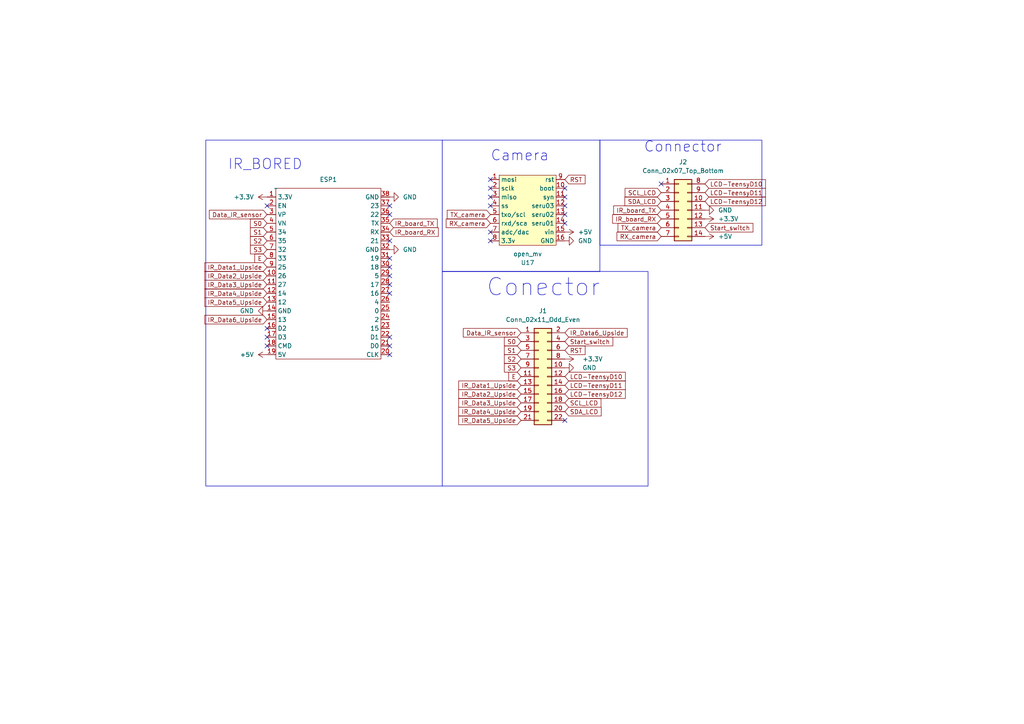
<source format=kicad_sch>
(kicad_sch (version 20230121) (generator eeschema)
  (paper "A4")
  (lib_symbols
    (symbol "Connector_Generic:Conn_02x07_Top_Bottom" (pin_names (offset 1.016) hide)
      (property "Reference" "J" (at 1.27 10.16 0))
      (property "Value" "Conn_02x07_Top_Bottom" (at 1.27 -10.16 0))
      (symbol "Conn_02x07_Top_Bottom_1_1"
        (rectangle (start -1.27 -7.493) (end 0 -7.747) (stroke (width 0.1524)))
        (rectangle (start -1.27 -4.953) (end 0 -5.207) (stroke (width 0.1524)))
        (rectangle (start -1.27 -2.413) (end 0 -2.667) (stroke (width 0.1524)))
        (rectangle (start -1.27 0.127) (end 0 -0.127) (stroke (width 0.1524)))
        (rectangle (start -1.27 2.667) (end 0 2.413) (stroke (width 0.1524)))
        (rectangle (start -1.27 5.207) (end 0 4.953) (stroke (width 0.1524)))
        (rectangle (start -1.27 7.747) (end 0 7.493) (stroke (width 0.1524)))
        (rectangle (start -1.27 8.89) (end 3.81 -8.89) (stroke (width 0.254)) (fill (type background)))
        (rectangle (start 3.81 -7.493) (end 2.54 -7.747) (stroke (width 0.1524)))
        (rectangle (start 3.81 -4.953) (end 2.54 -5.207) (stroke (width 0.1524)))
        (rectangle (start 3.81 -2.413) (end 2.54 -2.667) (stroke (width 0.1524)))
        (rectangle (start 3.81 0.127) (end 2.54 -0.127) (stroke (width 0.1524)))
        (rectangle (start 3.81 2.667) (end 2.54 2.413) (stroke (width 0.1524)))
        (rectangle (start 3.81 5.207) (end 2.54 4.953) (stroke (width 0.1524)))
        (rectangle (start 3.81 7.747) (end 2.54 7.493) (stroke (width 0.1524)))
        (pin passive line (at -5.08 7.62 0) (length 3.81) (name "Pin_1") (number "1"))
        (pin passive line (at 7.62 2.54 180) (length 3.81) (name "Pin_10") (number "10"))
        (pin passive line (at 7.62 0 180) (length 3.81) (name "Pin_11") (number "11"))
        (pin passive line (at 7.62 -2.54 180) (length 3.81) (name "Pin_12") (number "12"))
        (pin passive line (at 7.62 -5.08 180) (length 3.81) (name "Pin_13") (number "13"))
        (pin passive line (at 7.62 -7.62 180) (length 3.81) (name "Pin_14") (number "14"))
        (pin passive line (at -5.08 5.08 0) (length 3.81) (name "Pin_2") (number "2"))
        (pin passive line (at -5.08 2.54 0) (length 3.81) (name "Pin_3") (number "3"))
        (pin passive line (at -5.08 0 0) (length 3.81) (name "Pin_4") (number "4"))
        (pin passive line (at -5.08 -2.54 0) (length 3.81) (name "Pin_5") (number "5"))
        (pin passive line (at -5.08 -5.08 0) (length 3.81) (name "Pin_6") (number "6"))
        (pin passive line (at -5.08 -7.62 0) (length 3.81) (name "Pin_7") (number "7"))
        (pin passive line (at 7.62 7.62 180) (length 3.81) (name "Pin_8") (number "8"))
        (pin passive line (at 7.62 5.08 180) (length 3.81) (name "Pin_9") (number "9"))
      )
    )
    (symbol "Connector_Generic:Conn_02x11_Odd_Even" (pin_names (offset 1.016) hide)
      (property "Reference" "J" (at 1.27 15.24 0))
      (property "Value" "Conn_02x11_Odd_Even" (at 1.27 -15.24 0))
      (symbol "Conn_02x11_Odd_Even_1_1"
        (rectangle (start -1.27 -12.573) (end 0 -12.827) (stroke (width 0.1524)))
        (rectangle (start -1.27 -10.033) (end 0 -10.287) (stroke (width 0.1524)))
        (rectangle (start -1.27 -7.493) (end 0 -7.747) (stroke (width 0.1524)))
        (rectangle (start -1.27 -4.953) (end 0 -5.207) (stroke (width 0.1524)))
        (rectangle (start -1.27 -2.413) (end 0 -2.667) (stroke (width 0.1524)))
        (rectangle (start -1.27 0.127) (end 0 -0.127) (stroke (width 0.1524)))
        (rectangle (start -1.27 2.667) (end 0 2.413) (stroke (width 0.1524)))
        (rectangle (start -1.27 5.207) (end 0 4.953) (stroke (width 0.1524)))
        (rectangle (start -1.27 7.747) (end 0 7.493) (stroke (width 0.1524)))
        (rectangle (start -1.27 10.287) (end 0 10.033) (stroke (width 0.1524)))
        (rectangle (start -1.27 12.827) (end 0 12.573) (stroke (width 0.1524)))
        (rectangle (start -1.27 13.97) (end 3.81 -13.97) (stroke (width 0.254)) (fill (type background)))
        (rectangle (start 3.81 -12.573) (end 2.54 -12.827) (stroke (width 0.1524)))
        (rectangle (start 3.81 -10.033) (end 2.54 -10.287) (stroke (width 0.1524)))
        (rectangle (start 3.81 -7.493) (end 2.54 -7.747) (stroke (width 0.1524)))
        (rectangle (start 3.81 -4.953) (end 2.54 -5.207) (stroke (width 0.1524)))
        (rectangle (start 3.81 -2.413) (end 2.54 -2.667) (stroke (width 0.1524)))
        (rectangle (start 3.81 0.127) (end 2.54 -0.127) (stroke (width 0.1524)))
        (rectangle (start 3.81 2.667) (end 2.54 2.413) (stroke (width 0.1524)))
        (rectangle (start 3.81 5.207) (end 2.54 4.953) (stroke (width 0.1524)))
        (rectangle (start 3.81 7.747) (end 2.54 7.493) (stroke (width 0.1524)))
        (rectangle (start 3.81 10.287) (end 2.54 10.033) (stroke (width 0.1524)))
        (rectangle (start 3.81 12.827) (end 2.54 12.573) (stroke (width 0.1524)))
        (pin passive line (at -5.08 12.7 0) (length 3.81) (name "Pin_1") (number "1"))
        (pin passive line (at 7.62 2.54 180) (length 3.81) (name "Pin_10") (number "10"))
        (pin passive line (at -5.08 0 0) (length 3.81) (name "Pin_11") (number "11"))
        (pin passive line (at 7.62 0 180) (length 3.81) (name "Pin_12") (number "12"))
        (pin passive line (at -5.08 -2.54 0) (length 3.81) (name "Pin_13") (number "13"))
        (pin passive line (at 7.62 -2.54 180) (length 3.81) (name "Pin_14") (number "14"))
        (pin passive line (at -5.08 -5.08 0) (length 3.81) (name "Pin_15") (number "15"))
        (pin passive line (at 7.62 -5.08 180) (length 3.81) (name "Pin_16") (number "16"))
        (pin passive line (at -5.08 -7.62 0) (length 3.81) (name "Pin_17") (number "17"))
        (pin passive line (at 7.62 -7.62 180) (length 3.81) (name "Pin_18") (number "18"))
        (pin passive line (at -5.08 -10.16 0) (length 3.81) (name "Pin_19") (number "19"))
        (pin passive line (at 7.62 12.7 180) (length 3.81) (name "Pin_2") (number "2"))
        (pin passive line (at 7.62 -10.16 180) (length 3.81) (name "Pin_20") (number "20"))
        (pin passive line (at -5.08 -12.7 0) (length 3.81) (name "Pin_21") (number "21"))
        (pin passive line (at 7.62 -12.7 180) (length 3.81) (name "Pin_22") (number "22"))
        (pin passive line (at -5.08 10.16 0) (length 3.81) (name "Pin_3") (number "3"))
        (pin passive line (at 7.62 10.16 180) (length 3.81) (name "Pin_4") (number "4"))
        (pin passive line (at -5.08 7.62 0) (length 3.81) (name "Pin_5") (number "5"))
        (pin passive line (at 7.62 7.62 180) (length 3.81) (name "Pin_6") (number "6"))
        (pin passive line (at -5.08 5.08 0) (length 3.81) (name "Pin_7") (number "7"))
        (pin passive line (at 7.62 5.08 180) (length 3.81) (name "Pin_8") (number "8"))
        (pin passive line (at -5.08 2.54 0) (length 3.81) (name "Pin_9") (number "9"))
      )
    )
    (symbol "New_Library:ESP32"
      (property "Reference" "ESP1" (at 15.24 2.54 0))
      (property "Value" "~" (at 0 0 0))
      (symbol "ESP32_0_1"
        (rectangle (start 0 0) (end 30.48 -49.53))
      )
      (symbol "ESP32_1_1"
        (pin input line (at -2.54 -2.54 0) (length 2.54) (name "3.3V") (number "1"))
        (pin input line (at -2.54 -25.4 0) (length 2.54) (name "26") (number "10"))
        (pin input line (at -2.54 -27.94 0) (length 2.54) (name "27") (number "11"))
        (pin input line (at -2.54 -30.48 0) (length 2.54) (name "14") (number "12"))
        (pin input line (at -2.54 -33.02 0) (length 2.54) (name "12") (number "13"))
        (pin input line (at -2.54 -35.56 0) (length 2.54) (name "GND") (number "14"))
        (pin input line (at -2.54 -38.1 0) (length 2.54) (name "13") (number "15"))
        (pin input line (at -2.54 -40.64 0) (length 2.54) (name "D2") (number "16"))
        (pin input line (at -2.54 -43.18 0) (length 2.54) (name "D3") (number "17"))
        (pin input line (at -2.54 -45.72 0) (length 2.54) (name "CMD") (number "18"))
        (pin input line (at -2.54 -48.26 0) (length 2.54) (name "5V") (number "19"))
        (pin input line (at -2.54 -5.08 0) (length 2.54) (name "EN") (number "2"))
        (pin input line (at 33.02 -48.26 180) (length 2.54) (name "CLK") (number "20"))
        (pin input line (at 33.02 -45.72 180) (length 2.54) (name "D0") (number "21"))
        (pin input line (at 33.02 -43.18 180) (length 2.54) (name "D1") (number "22"))
        (pin input line (at 33.02 -40.64 180) (length 2.54) (name "15") (number "23"))
        (pin input line (at 33.02 -38.1 180) (length 2.54) (name "2") (number "24"))
        (pin input line (at 33.02 -35.56 180) (length 2.54) (name "0") (number "25"))
        (pin input line (at 33.02 -33.02 180) (length 2.54) (name "4") (number "26"))
        (pin input line (at 33.02 -30.48 180) (length 2.54) (name "16") (number "27"))
        (pin input line (at 33.02 -27.94 180) (length 2.54) (name "17") (number "28"))
        (pin input line (at 33.02 -25.4 180) (length 2.54) (name "5") (number "29"))
        (pin input line (at -2.54 -7.62 0) (length 2.54) (name "VP") (number "3"))
        (pin input line (at 33.02 -22.86 180) (length 2.54) (name "18") (number "30"))
        (pin input line (at 33.02 -20.32 180) (length 2.54) (name "19") (number "31"))
        (pin input line (at 33.02 -17.78 180) (length 2.54) (name "GND") (number "32"))
        (pin input line (at 33.02 -15.24 180) (length 2.54) (name "21") (number "33"))
        (pin input line (at 33.02 -12.7 180) (length 2.54) (name "RX") (number "34"))
        (pin input line (at 33.02 -10.16 180) (length 2.54) (name "TX") (number "35"))
        (pin input line (at 33.02 -7.62 180) (length 2.54) (name "22") (number "36"))
        (pin input line (at 33.02 -5.08 180) (length 2.54) (name "23") (number "37"))
        (pin input line (at 33.02 -2.54 180) (length 2.54) (name "GND") (number "38"))
        (pin input line (at -2.54 -10.16 0) (length 2.54) (name "VN") (number "4"))
        (pin input line (at -2.54 -12.7 0) (length 2.54) (name "34") (number "5"))
        (pin input line (at -2.54 -15.24 0) (length 2.54) (name "35") (number "6"))
        (pin input line (at -2.54 -17.78 0) (length 2.54) (name "32") (number "7"))
        (pin input line (at -2.54 -20.32 0) (length 2.54) (name "33") (number "8"))
        (pin input line (at -2.54 -22.86 0) (length 2.54) (name "25") (number "9"))
      )
    )
    (symbol "open_mv:open_mv"
      (property "Reference" "U19" (at -0.635 -25.4 0))
      (property "Value" "open_mv" (at -0.635 -22.86 0))
      (symbol "open_mv_0_1"
        (rectangle (start -8.89 0) (end 7.62 -20.32) (fill (type background)))
      )
      (symbol "open_mv_1_0"
        (pin bidirectional line (at 10.16 -8.89 180) (length 2.54) (name "seru03") (number "12"))
      )
      (symbol "open_mv_1_1"
        (pin bidirectional line (at -11.43 -1.27 0) (length 2.54) (name "mosi") (number "1"))
        (pin bidirectional line (at 10.16 -3.81 180) (length 2.54) (name "boot") (number "10"))
        (pin bidirectional line (at 10.16 -6.35 180) (length 2.54) (name "syn") (number "11"))
        (pin bidirectional line (at 10.16 -11.43 180) (length 2.54) (name "seru02") (number "13"))
        (pin bidirectional line (at 10.16 -13.97 180) (length 2.54) (name "seru01") (number "14"))
        (pin power_out line (at 10.16 -16.51 180) (length 2.54) (name "vin") (number "15"))
        (pin bidirectional line (at 10.16 -19.05 180) (length 2.54) (name "GND") (number "16"))
        (pin bidirectional line (at -11.43 -3.81 0) (length 2.54) (name "sclk") (number "2"))
        (pin bidirectional line (at -11.43 -6.35 0) (length 2.54) (name "miso") (number "3"))
        (pin bidirectional line (at -11.43 -8.89 0) (length 2.54) (name "ss") (number "4"))
        (pin bidirectional line (at -11.43 -11.43 0) (length 2.54) (name "txo/scl") (number "5"))
        (pin bidirectional line (at -11.43 -13.97 0) (length 2.54) (name "rxd/sca") (number "6"))
        (pin bidirectional line (at -11.43 -16.51 0) (length 2.54) (name "adc/dac") (number "7"))
        (pin power_out line (at -11.43 -19.05 0) (length 2.54) (name "3.3v") (number "8"))
        (pin bidirectional line (at 10.16 -1.27 180) (length 2.54) (name "rst") (number "9"))
      )
    )
    (symbol "power:+3.3V" (power) (pin_names (offset 0))
      (property "Value" "+3.3V" (at 0 3.556 0))
      (symbol "+3.3V_0_1"
        (polyline (pts (xy -0.762 1.27) (xy 0 2.54)))
        (polyline (pts (xy 0 0) (xy 0 2.54)))
        (polyline (pts (xy 0 2.54) (xy 0.762 1.27)))
      )
      (symbol "+3.3V_1_1"
        (pin power_in line (at 0 0 90) (length 0) hide (name "+3.3V") (number "1"))
      )
    )
    (symbol "power:+5V" (power) (pin_names (offset 0))
      (property "Value" "+5V" (at 0 3.556 0))
      (symbol "+5V_0_1"
        (polyline (pts (xy -0.762 1.27) (xy 0 2.54)))
        (polyline (pts (xy 0 0) (xy 0 2.54)))
        (polyline (pts (xy 0 2.54) (xy 0.762 1.27)))
      )
      (symbol "+5V_1_1"
        (pin power_in line (at 0 0 90) (length 0) hide (name "+5V") (number "1"))
      )
    )
    (symbol "power:GND" (power) (pin_names (offset 0))
      (property "Value" "GND" (at 0 -3.81 0))
      (symbol "GND_0_1"
        (polyline (pts (xy 0 0) (xy 0 -1.27) (xy 1.27 -1.27) (xy 0 -2.54) (xy -1.27 -1.27) (xy 0 -1.27)))
      )
      (symbol "GND_1_1"
        (pin power_in line (at 0 0 270) (length 0) hide (name "GND") (number "1"))
      )
    )
  )
  (no_connect (at 142.24 54.61))
  (no_connect (at 113.03 80.01))
  (no_connect (at 113.03 74.93))
  (no_connect (at 113.03 100.33))
  (no_connect (at 142.24 69.85))
  (no_connect (at 113.03 59.69))
  (no_connect (at 142.24 59.69))
  (no_connect (at 163.83 54.61))
  (no_connect (at 163.83 62.23))
  (no_connect (at 113.03 102.87))
  (no_connect (at 77.47 97.79))
  (no_connect (at 113.03 77.47))
  (no_connect (at 163.83 57.15))
  (no_connect (at 142.24 57.15))
  (no_connect (at 113.03 82.55))
  (no_connect (at 113.03 62.23))
  (no_connect (at 77.47 100.33))
  (no_connect (at 113.03 97.79))
  (no_connect (at 77.47 95.25))
  (no_connect (at 113.03 85.09))
  (no_connect (at 163.83 59.69))
  (no_connect (at 163.83 121.92))
  (no_connect (at 113.03 69.85))
  (no_connect (at 77.47 59.69))
  (no_connect (at 142.24 67.31))
  (no_connect (at 142.24 52.07))
  (no_connect (at 163.83 64.77))
  (no_connect (at 191.77 53.34))
  (rectangle (start 59.69 40.64) (end 128.27 140.97))
  (rectangle (start 173.99 40.64) (end 220.98 71.12))
  (rectangle (start 128.27 78.74) (end 187.96 140.97))
  (rectangle (start 128.27 40.64) (end 173.99 78.74))
  (text "Connector\n" (at 186.69 44.45 0) (effects (font (size 3 3)) (justify left bottom)))
  (text "Conector\n" (at 140.97 86.36 0) (effects (font (size 5 5)) (justify left bottom)))
  (text "IR_BORED\n" (at 66.04 49.53 0) (effects (font (size 3 3)) (justify left bottom)))
  (text "Camera" (at 142.24 46.99 0) (effects (font (size 3 3)) (justify left bottom)))
  (global_label "S2" (shape input) (at 151.13 104.14 180) (property "Intersheetrefs" "${INTERSHEET_REFS}" (effects hide)))
  (global_label "S0" (shape input) (at 77.47 64.77 180) (property "Intersheetrefs" "${INTERSHEET_REFS}" (effects hide)))
  (global_label "SDA_LCD" (shape input) (at 191.77 58.42 180) (property "Intersheetrefs" "${INTERSHEET_REFS}" (effects hide)))
  (global_label "IR_Data1_Upside" (shape input) (at 151.13 111.76 180) (property "Intersheetrefs" "${INTERSHEET_REFS}" (effects hide)))
  (global_label "LCD-TeensyD11" (shape input) (at 204.47 55.88 0) (property "Intersheetrefs" "${INTERSHEET_REFS}" (effects hide)))
  (global_label "IR_board_TX" (shape input) (at 191.77 60.96 180) (property "Intersheetrefs" "${INTERSHEET_REFS}" (effects hide)))
  (global_label "IR_Data4_Upside" (shape input) (at 151.13 119.38 180) (property "Intersheetrefs" "${INTERSHEET_REFS}" (effects hide)))
  (global_label "Start_switch" (shape input) (at 163.83 99.06 0) (property "Intersheetrefs" "${INTERSHEET_REFS}" (effects hide)))
  (global_label "LCD-TeensyD11" (shape input) (at 163.83 111.76 0) (property "Intersheetrefs" "${INTERSHEET_REFS}" (effects hide)))
  (global_label "S0" (shape input) (at 151.13 99.06 180) (property "Intersheetrefs" "${INTERSHEET_REFS}" (effects hide)))
  (global_label "S2" (shape input) (at 77.47 69.85 180) (property "Intersheetrefs" "${INTERSHEET_REFS}" (effects hide)))
  (global_label "S3" (shape input) (at 77.47 72.39 180) (property "Intersheetrefs" "${INTERSHEET_REFS}" (effects hide)))
  (global_label "TX_camera" (shape input) (at 191.77 66.04 180) (property "Intersheetrefs" "${INTERSHEET_REFS}" (effects hide)))
  (global_label "S3" (shape input) (at 151.13 106.68 180) (property "Intersheetrefs" "${INTERSHEET_REFS}" (effects hide)))
  (global_label "IR_Data6_Upside" (shape input) (at 163.83 96.52 0) (property "Intersheetrefs" "${INTERSHEET_REFS}" (effects hide)))
  (global_label "LCD-TeensyD12" (shape input) (at 163.83 114.3 0) (property "Intersheetrefs" "${INTERSHEET_REFS}" (effects hide)))
  (global_label "IR_Data1_Upside" (shape input) (at 77.47 77.47 180) (property "Intersheetrefs" "${INTERSHEET_REFS}" (effects hide)))
  (global_label "IR_Data5_Upside" (shape input) (at 151.13 121.92 180) (property "Intersheetrefs" "${INTERSHEET_REFS}" (effects hide)))
  (global_label "Data_IR_sensor" (shape input) (at 77.47 62.23 180) (property "Intersheetrefs" "${INTERSHEET_REFS}" (effects hide)))
  (global_label "TX_camera" (shape input) (at 142.24 62.23 180) (property "Intersheetrefs" "${INTERSHEET_REFS}" (effects hide)))
  (global_label "LCD-TeensyD10" (shape input) (at 204.47 53.34 0) (property "Intersheetrefs" "${INTERSHEET_REFS}" (effects hide)))
  (global_label "RX_camera" (shape input) (at 142.24 64.77 180) (property "Intersheetrefs" "${INTERSHEET_REFS}" (effects hide)))
  (global_label "E" (shape input) (at 77.47 74.93 180) (property "Intersheetrefs" "${INTERSHEET_REFS}" (effects hide)))
  (global_label "IR_Data6_Upside" (shape input) (at 77.47 92.71 180) (property "Intersheetrefs" "${INTERSHEET_REFS}" (effects hide)))
  (global_label "S1" (shape input) (at 151.13 101.6 180) (property "Intersheetrefs" "${INTERSHEET_REFS}" (effects hide)))
  (global_label "S1" (shape input) (at 77.47 67.31 180) (property "Intersheetrefs" "${INTERSHEET_REFS}" (effects hide)))
  (global_label "Start_switch" (shape input) (at 204.47 66.04 0) (property "Intersheetrefs" "${INTERSHEET_REFS}" (effects hide)))
  (global_label "Data_IR_sensor" (shape input) (at 151.13 96.52 180) (property "Intersheetrefs" "${INTERSHEET_REFS}" (effects hide)))
  (global_label "IR_board_RX" (shape input) (at 191.77 63.5 180) (property "Intersheetrefs" "${INTERSHEET_REFS}" (effects hide)))
  (global_label "IR_board_RX" (shape input) (at 113.03 67.31 0) (property "Intersheetrefs" "${INTERSHEET_REFS}" (effects hide)))
  (global_label "E" (shape input) (at 151.13 109.22 180) (property "Intersheetrefs" "${INTERSHEET_REFS}" (effects hide)))
  (global_label "RST" (shape input) (at 163.83 52.07 0) (property "Intersheetrefs" "${INTERSHEET_REFS}" (effects hide)))
  (global_label "SDA_LCD" (shape input) (at 163.83 119.38 0) (property "Intersheetrefs" "${INTERSHEET_REFS}" (effects hide)))
  (global_label "RST" (shape input) (at 163.83 101.6 0) (property "Intersheetrefs" "${INTERSHEET_REFS}" (effects hide)))
  (global_label "LCD-TeensyD12" (shape input) (at 204.47 58.42 0) (property "Intersheetrefs" "${INTERSHEET_REFS}" (effects hide)))
  (global_label "SCL_LCD" (shape input) (at 163.83 116.84 0) (property "Intersheetrefs" "${INTERSHEET_REFS}" (effects hide)))
  (global_label "LCD-TeensyD10" (shape input) (at 163.83 109.22 0) (property "Intersheetrefs" "${INTERSHEET_REFS}" (effects hide)))
  (global_label "SCL_LCD" (shape input) (at 191.77 55.88 180) (property "Intersheetrefs" "${INTERSHEET_REFS}" (effects hide)))
  (global_label "IR_Data3_Upside" (shape input) (at 151.13 116.84 180) (property "Intersheetrefs" "${INTERSHEET_REFS}" (effects hide)))
  (global_label "IR_Data3_Upside" (shape input) (at 77.47 82.55 180) (property "Intersheetrefs" "${INTERSHEET_REFS}" (effects hide)))
  (global_label "IR_Data5_Upside" (shape input) (at 77.47 87.63 180) (property "Intersheetrefs" "${INTERSHEET_REFS}" (effects hide)))
  (global_label "IR_Data2_Upside" (shape input) (at 77.47 80.01 180) (property "Intersheetrefs" "${INTERSHEET_REFS}" (effects hide)))
  (global_label "IR_Data4_Upside" (shape input) (at 77.47 85.09 180) (property "Intersheetrefs" "${INTERSHEET_REFS}" (effects hide)))
  (global_label "RX_camera" (shape input) (at 191.77 68.58 180) (property "Intersheetrefs" "${INTERSHEET_REFS}" (effects hide)))
  (global_label "IR_Data2_Upside" (shape input) (at 151.13 114.3 180) (property "Intersheetrefs" "${INTERSHEET_REFS}" (effects hide)))
  (global_label "IR_board_TX" (shape input) (at 113.03 64.77 0) (property "Intersheetrefs" "${INTERSHEET_REFS}" (effects hide)))
  (symbol (lib_id "open_mv:open_mv") (at 153.67 50.8 0) (unit 1)
    (property "Reference" "U17" (at 153.035 76.2 0))
    (property "Value" "open_mv" (at 153.035 73.66 0))
    (property "Footprint" "Open_MV:OpenMV" (effects hide))
  )
  (symbol (lib_id "power:GND") (at 163.83 69.85 90) (unit 1)
    (property "Reference" "#PWR063" (effects hide))
    (property "Value" "GND" (at 167.64 69.85 90) (effects (justify right)))
  )
  (symbol (lib_id "power:GND") (at 204.47 60.96 90) (unit 1)
    (property "Reference" "#PWR01" (effects hide))
    (property "Value" "GND" (at 208.28 60.96 90) (effects (justify right)))
  )
  (symbol (lib_id "power:GND") (at 77.47 90.17 270) (unit 1)
    (property "Reference" "#PWR051" (effects hide))
    (property "Value" "GND" (at 73.66 90.17 90) (effects (justify right)))
  )
  (symbol (lib_id "power:+3.3V") (at 204.47 63.5 270) (unit 1)
    (property "Reference" "#PWR02" (effects hide))
    (property "Value" "+3.3V" (at 208.28 63.5 90) (effects (justify left)))
  )
  (symbol (lib_id "power:+5V") (at 163.83 67.31 270) (unit 1)
    (property "Reference" "#PWR062" (effects hide))
    (property "Value" "+5V" (at 167.64 67.31 90) (effects (justify left)))
  )
  (symbol (lib_id "power:GND") (at 163.83 106.68 90) (unit 1)
    (property "Reference" "#PWR04" (effects hide))
    (property "Value" "GND" (at 168.91 106.68 90) (effects (justify right)))
  )
  (symbol (lib_id "Connector_Generic:Conn_02x11_Odd_Even") (at 156.21 109.22 0) (unit 1)
    (property "Reference" "J1" (at 157.48 90.17 0))
    (property "Value" "Conn_02x11_Odd_Even" (at 157.48 92.71 0))
    (property "Footprint" "Connector_PinHeader_2.54mm:PinHeader_2x11_P2.54mm_Vertical" (effects hide))
  )
  (symbol (lib_id "power:+3.3V") (at 163.83 104.14 270) (unit 1)
    (property "Reference" "#PWR03" (effects hide))
    (property "Value" "+3.3V" (at 168.91 104.14 90) (effects (justify left)))
  )
  (symbol (lib_id "power:GND") (at 113.03 72.39 90) (unit 1)
    (property "Reference" "#PWR054" (effects hide))
    (property "Value" "GND" (at 116.84 72.39 90) (effects (justify right)))
  )
  (symbol (lib_id "Connector_Generic:Conn_02x07_Top_Bottom") (at 196.85 60.96 0) (unit 1)
    (property "Reference" "J2" (at 198.12 46.99 0))
    (property "Value" "Conn_02x07_Top_Bottom" (at 198.12 49.53 0))
    (property "Footprint" "Connector_IDC:IDC-Header_2x07_P2.54mm_Vertical" (effects hide))
  )
  (symbol (lib_id "power:+5V") (at 204.47 68.58 270) (unit 1)
    (property "Reference" "#PWR05" (effects hide))
    (property "Value" "+5V" (at 208.28 68.58 90) (effects (justify left)))
  )
  (symbol (lib_id "power:GND") (at 113.03 57.15 90) (unit 1)
    (property "Reference" "#PWR050" (effects hide))
    (property "Value" "GND" (at 116.84 57.15 90) (effects (justify right)))
  )
  (symbol (lib_id "power:+5V") (at 77.47 102.87 90) (unit 1)
    (property "Reference" "#PWR052" (effects hide))
    (property "Value" "+5V" (at 73.66 102.87 90) (effects (justify left)))
  )
  (symbol (lib_id "New_Library:ESP32") (at 80.01 54.61 0) (unit 1)
    (property "Reference" "ESP1" (at 95.25 52.07 0))
    (property "Value" "~" (at 80.01 54.61 0))
    (property "Footprint" "ESP32mod:ESP32-DevKitC" (effects hide))
  )
  (symbol (lib_id "power:+3.3V") (at 77.47 57.15 90) (unit 1)
    (property "Reference" "#PWR049" (effects hide))
    (property "Value" "+3.3V" (at 73.66 57.15 90) (effects (justify left)))
  )
)
</source>
